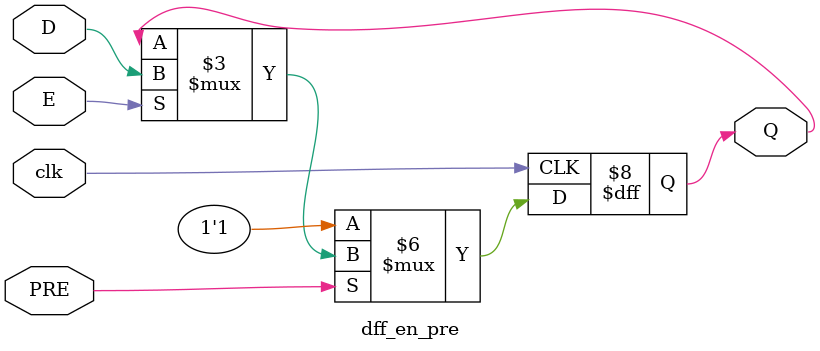
<source format=v>
module dff_en_pre(E, D, Q, clk, PRE);

    input E, D, clk, PRE;
    output reg Q;

    always @(posedge clk) begin
        if(~PRE)
            Q <= 1'b1;
        else if (E)
            Q <= D;
        //! Common Mistake
        /*
        else
            Q <= Q; //! Creates a Mux at the input INCORRECT!!
        */
    end

endmodule
</source>
